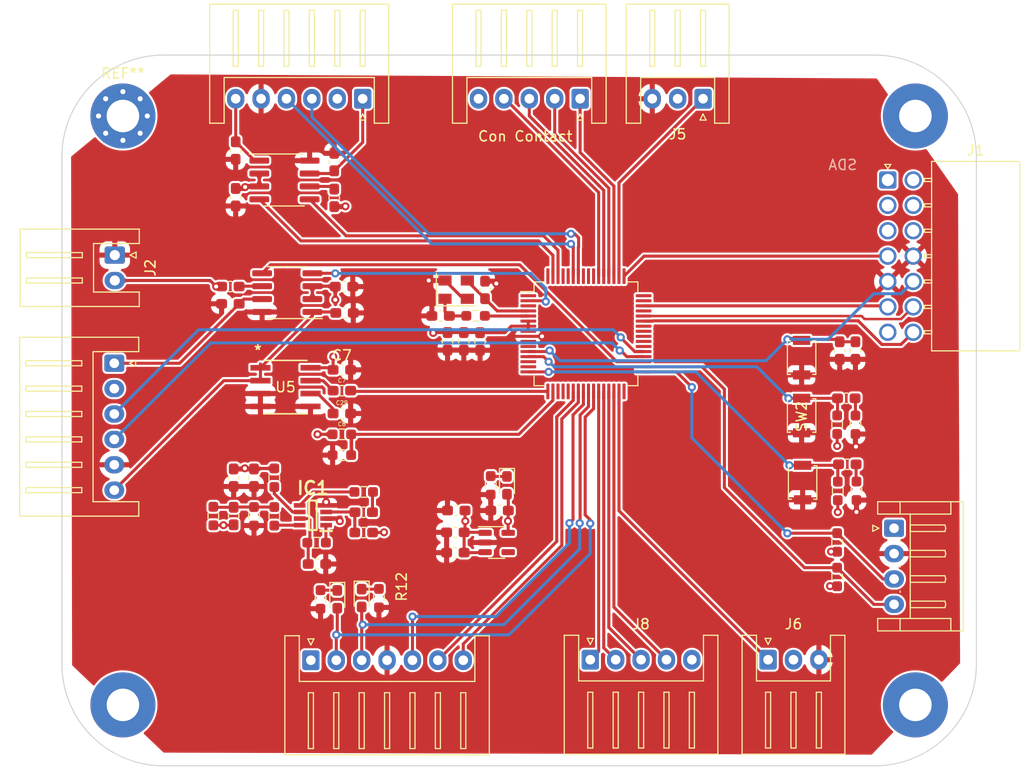
<source format=kicad_pcb>
(kicad_pcb (version 20221018) (generator pcbnew)
  (layers (0 "F.Cu" signal) (1 "In1.Cu" power) (2 "In2.Cu" signal) (31 "B.Cu" signal) (34 "B.Paste" user) (35 "F.Paste" user) (36 "B.SilkS" user "B.Silkscreen") (37 "F.SilkS" user "F.Silkscreen") (38 "B.Mask" user) (39 "F.Mask" user) (44 "Edge.Cuts" user))
  (net 0 "")
  (net 1 "GND")
  (net 2 "/STM32/Quartz 1")
  (net 3 "Net-(C2-Pad2)")
  (net 4 "NRST")
  (net 5 "+3.3V")
  (net 6 "Demarrage")
  (net 7 "Net-(C10-Pad2)")
  (net 8 "7.2V")
  (net 9 "Net-(C14-Pad1)")
  (net 10 "+5V")
  (net 11 "U1OUT1")
  (net 12 "U1OUT2")
  (net 13 "U2OUT2")
  (net 14 "User")
  (net 15 "Net-(C26-Pad2)")
  (net 16 "Rx UART LID")
  (net 17 "Tx UART LID")
  (net 18 "SCL ACC")
  (net 19 "SDA ACC")
  (net 20 "SWDIO")
  (net 21 "SWCLK")
  (net 22 "UART2_RX")
  (net 23 "UART2_TX")
  (net 26 "DEV_EN")
  (net 27 "OUT_IR1")
  (net 28 "OUT_IR2")
  (net 29 "OUT_Contact4")
  (net 30 "OUT_Contact3")
  (net 31 "OUT_Contact2")
  (net 32 "OUT_Contact1")
  (net 33 "OUT_Contact8")
  (net 34 "OUT_Contact7")
  (net 35 "OUT_Contact6")
  (net 36 "OUT_Contact5")
  (net 37 "ENCODER1")
  (net 38 "ENCODER2")
  (net 39 "ENCODER3")
  (net 40 "ENCODER4")
  (net 41 "ADC1")
  (net 42 "ADC2")
  (net 43 "PWM4")
  (net 45 "PWM1")
  (net 46 "PWM2")
  (net 55 "PWM3")
  (net 71 "Lidar_M_SCTR")
  (net 72 "Lidar_Mot_EN")
  (net 73 "/STM32/Quartz 2")
  (net 75 "Net-(IC1-VCC)")
  (net 76 "Net-(IC1-SW)")
  (net 77 "Net-(C17-Pad1)")
  (net 79 "Net-(D1-K)")
  (net 80 "Net-(D2-K)")
  (net 81 "Net-(D3-K)")
  (net 82 "Net-(IC1-PG)")
  (net 83 "Net-(IC1-BST)")
  (net 84 "Net-(IC1-EN{slash}SYNC)")
  (net 85 "Net-(IC1-FB)")
  (net 88 "/Moteur/Vref Driver 1")
  (net 89 "/Moteur/Vref Driver 2")
  (net 90 "GND Driver")
  (net 91 "Net-(U5-FILTER)")
  (net 92 "Net-(U5-VIOUT)")
  (footprint "Resistor_SMD:R_0603_1608Metric_Pad0.98x0.95mm_HandSolder" (layer "F.Cu") (at 110.9 115.425 90)
    (fp_text reference "R8" hide)
    (fp_text value "16k" hide)
  )
  (footprint "Resistor_SMD:R_0603_1608Metric_Pad0.98x0.95mm_HandSolder" (layer "F.Cu") (at 166.3 118 -90)
    (fp_text reference "R13" hide)
    (fp_text value "1000" hide)
  )
  (footprint "Capacitor_SMD:C_0603_1608Metric_Pad1.08x0.95mm_HandSolder" (layer "F.Cu") (at 127.9525 98.1925 90)
    (fp_text reference "C6" hide)
    (fp_text value "4,7 µF" hide)
  )
  (footprint "Resistor_SMD:R_0603_1608Metric_Pad0.98x0.95mm_HandSolder" (layer "F.Cu") (at 166.3 121.4 -90)
    (fp_text reference "R14" hide)
    (fp_text value "1000" hide)
  )
  (footprint "Capacitor_SMD:C_0603_1608Metric_Pad1.08x0.95mm_HandSolder" (layer "F.Cu") (at 133.07 114.855 180)
    (fp_text reference "C19" hide)
    (fp_text value "1uF/10V" hide)
  )
  (footprint "Capacitor_SMD:C_0603_1608Metric_Pad1.08x0.95mm_HandSolder" (layer "F.Cu") (at 116.8 80.5375 90)
    (fp_text reference "C22" hide)
    (fp_text value "1µf" hide)
  )
  (footprint "Package_TO_SOT_SMD:SOT-23-5" (layer "F.Cu") (at 132.7825 118.005)
    (fp_text reference "U2" hide)
    (fp_text value "MIC5317-3.3xM5" hide)
  )
  (footprint "Resistor_SMD:R_0603_1608Metric_Pad0.98x0.95mm_HandSolder" (layer "F.Cu") (at 108.9 115.425 -90)
    (fp_text reference "R9" hide)
    (fp_text value "7.68k" hide)
  )
  (footprint "Capacitor_SMD:C_0603_1608Metric_Pad1.08x0.95mm_HandSolder" (layer "F.Cu") (at 117.55 105.3)
    (fp_text reference "C8" hide)
    (fp_text value "1n" hide)
  )
  (footprint "Connector_JST:JST_XH_S2B-XH-A_1x02_P2.50mm_Horizontal" (layer "F.Cu") (at 95.2 89.7 -90)
    (fp_text reference "J2")
    (fp_text value "Conn_01x02")
  )
  (footprint "Capacitor_SMD:C_0603_1608Metric_Pad1.08x0.95mm_HandSolder" (layer "F.Cu") (at 167.3 110.3)
    (fp_text reference "C10" hide)
    (fp_text value "100nF" hide)
  )
  (footprint "Connector_JST:JST_EH_S4B-EH_1x04_P2.50mm_Horizontal" (layer "F.Cu") (at 171.9 116.6 -90)
    (fp_text reference "J4" hide)
    (fp_text value "Conn_01x04")
  )
  (footprint "Connector_Molex:Molex_Nano-Fit_105314-xx14_2x07_P2.50mm_Horizontal" (layer "F.Cu") (at 171.285 82.3)
    (fp_text reference "J1")
    (fp_text value "Conn_02x07_Odd_Even" hide)
  )
  (footprint "Button_Switch_SMD:SW_SPST_B3U-1000P" (layer "F.Cu") (at 162.8 99.8 -90)
    (fp_text reference "SW3" hide)
    (fp_text value "SW_Omron_B3FS" hide)
  )
  (footprint "Capacitor_SMD:C_0603_1608Metric_Pad1.08x0.95mm_HandSolder" (layer "F.Cu") (at 116.8 84.0625 90)
    (fp_text reference "C27" hide)
    (fp_text value "100n" hide)
  )
  (footprint "Capacitor_SMD:C_0603_1608Metric_Pad1.08x0.95mm_HandSolder" (layer "F.Cu") (at 117.7625 92.8 180)
    (fp_text reference "C23" hide)
    (fp_text value "1µf" hide)
  )
  (footprint "Capacitor_SMD:C_0603_1608Metric_Pad1.08x0.95mm_HandSolder" (layer "F.Cu") (at 108.9 111.625 -90)
    (fp_text reference "C11" hide)
    (fp_text value "22uF" hide)
  )
  (footprint "Capacitor_SMD:C_0603_1608Metric_Pad1.08x0.95mm_HandSolder" (layer "F.Cu") (at 106.575 94.495 180)
    (fp_text reference "C25" hide)
    (fp_text value "1µf" hide)
  )
  (footprint "Resistor_SMD:R_0603_1608Metric_Pad0.98x0.95mm_HandSolder" (layer "F.Cu") (at 104.9 115.4 -90)
    (fp_text reference "R10" hide)
    (fp_text value "40.2k" hide)
  )
  (footprint "LED_SMD:LED_0603_1608Metric_Pad1.05x0.95mm_HandSolder" (layer "F.Cu") (at 119.5 123.475 -90)
    (fp_text reference "D2" hide)
    (fp_text value "LED_Small" hide)
  )
  (footprint "Resistor_SMD:R_0603_1608Metric_Pad0.98x0.95mm_HandSolder" (layer "F.Cu") (at 119.7 113.025 180)
    (fp_text reference "R7" hide)
    (fp_text value "20" hide)
  )
  (footprint "Resistor_SMD:R_0603_1608Metric_Pad0.98x0.95mm_HandSolder" (layer "F.Cu") (at 166.3625 112.925 90)
    (fp_text reference "R4" hide)
    (fp_text value "4.7K" hide)
  )
  (footprint "Resistor_SMD:R_0603_1608Metric_Pad0.98x0.95mm_HandSolder" (layer "F.Cu") (at 121.2 123.4875 -90)
    (fp_text reference "R11" hide)
    (fp_text value "1000" hide)
  )
  (footprint "Connector_JST:JST_XH_S7B-XH-A_1x07_P2.50mm_Horizontal" (layer "F.Cu") (at 114.5 129.6)
    (fp_text reference "J12" hide)
    (fp_text value "Conn_01x07")
  )
  (footprint "Capacitor_SMD:C_0603_1608Metric_Pad1.08x0.95mm_HandSolder" (layer "F.Cu") (at 129.5525 98.1925 90)
    (fp_text reference "C5" hide)
    (fp_text value "100 nF" hide)
  )
  (footprint "Resistor_SMD:R_0603_1608Metric_Pad0.98x0.95mm_HandSolder" (layer "F.Cu") (at 130.71 95.68 180)
    (fp_text reference "R1" hide)
    (fp_text value "10R" hide)
  )
  (footprint "" (layer "F.Cu") (at 174 134)
    (fp_text reference "")
    (fp_text value "")
  )
  (footprint "Connector_JST:JST_XH_S5B-XH-A_1x05_P2.50mm_Horizontal" (layer "F.Cu") (at 141 74.3 180)
    (fp_text reference "J9" hide)
    (fp_text value "CONTACT 2" hide)
  )
  (footprint "Capacitor_SMD:C_0603_1608Metric_Pad1.08x0.95mm_HandSolder" (layer "F.Cu") (at 131.64 93.13 -90)
    (fp_text reference "C1" hide)
    (fp_text value "10pF" hide)
  )
  (footprint "Resistor_SMD:R_0603_1608Metric_Pad0.98x0.95mm_HandSolder" (layer "F.Cu") (at 132.2 112.375 -90)
    (fp_text reference "R2" hide)
    (fp_text value "1k" hide)
  )
  (footprint "Resistor_SMD:R_0603_1608Metric_Pad0.98x0.95mm_HandSolder" (layer "F.Cu") (at 115.0625 118.025)
    (fp_text reference "R6" hide)
    (fp_text value "100k" hide)
  )
  (footprint "Capacitor_SMD:C_0603_1608Metric_Pad1.08x0.95mm_HandSolder" (layer "F.Cu") (at 106.9 115.4 -90)
    (fp_text reference "C17" hide)
    (fp_text value "15pF" hide)
  )
  (footprint "Button_Switch_SMD:SW_SPST_B3U-1000P" (layer "F.Cu") (at 162.8 105.5 90)
    (fp_text reference "SW2")
    (fp_text value "SW_Omron_B3FS" hide)
  )
  (footprint "Connector_JST:JST_XH_S6B-XH-A_1x06_P2.50mm_Horizontal" (layer "F.Cu") (at 95.15 100.35 -90)
    (fp_text reference "J11" hide)
    (fp_text value "Conn_01x06")
  )
  (footprint "Resistor_SMD:R_0603_1608Metric_Pad0.98x0.95mm_HandSolder" (layer "F.Cu") (at 117.55 109.4 180)
    (fp_text reference "R20" hide)
    (fp_text value "0.5" hide)
  )
  (footprint "Capacitor_SMD:C_0603_1608Metric_Pad1.08x0.95mm_HandSolder" (layer "F.Cu") (at 119.7 115.025 180)
    (fp_text reference "C14" hide)
    (fp_text value "0.1uF" hide)
  )
  (footprint "LED_SMD:LED_0603_1608Metric_Pad1.05x0.95mm_HandSolder" (layer "F.Cu") (at 117.1 123.6 -90)
    (fp_text reference "D3" hide)
    (fp_text value "LED_Small" hide)
  )
  (footprint "Resistor_SMD:R_0603_1608Metric_Pad0.98x0.95mm_HandSolder" (layer "F.Cu") (at 166.3 106.4 90)
    (fp_text reference "R19" hide)
    (fp_text value "4.7K" hide)
  )
  (footprint "Capacitor_SMD:C_0603_1608Metric_Pad1.08x0.95mm_HandSolder" (layer "F.Cu") (at 166.55 99.1 90)
    (fp_text reference "C3" hide)
    (fp_text value "1 µF" hide)
  )
  (footprint "Capacitor_SMD:C_0603_1608Metric_Pad1.08x0.95mm_HandSolder" (layer "F.Cu") (at 131.1525 98.205 90)
    (fp_text reference "C4" hide)
    (fp_text value "100 nF" hide)
  )
  (footprint "footprints:8P-SOIC_ALM" (layer "F.Cu") (at 112 102.7)
    (fp_text reference "U5")
    (fp_text value "ACS724LLCTR-05AU-T" hide)
  )
  (footprint "Connector_JST:JST_XH_S5B-XH-A_1x05_P2.50mm_Horizontal" (layer "F.Cu") (at 142 129.55)
    (fp_text reference "J8")
    (fp_text value "Conn_01x05")
  )
  (footprint "Resistor_SMD:R_0603_1608Metric_Pad0.98x0.95mm_HandSolder" (layer "F.Cu") (at 115.45 123.6125 -90)
    (fp_text reference "R12")
    (fp_text value "1000" hide)
  )
  (footprint "Capacitor_SMD:C_0603_1608Metric_Pad1.08x0.95mm_HandSolder" (layer "F.Cu") (at 128.72 117.005 180)
    (fp_text reference "C18" hide)
    (fp_text value "1uF/10V" hide)
  )
  (footprint "Capacitor_SMD:C_0603_1608Metric_Pad1.08x0.95mm_HandSolder" (layer "F.Cu") (at 117.8125 95.395 180)
    (fp_text reference "C24" hide)
    (fp_text value "1µf" hide)
  )
  (footprint "Capacitor_SMD:C_0603_1608Metric_Pad1.08x0.95mm_HandSolder" (layer "F.Cu") (at 107.1 84 90)
    (fp_text reference "C20" hide)
    (fp_text value "1µf" hide)
  )
  (footprint "Package_SO:SOIC-8_3.9x4.9mm_P1.27mm" (layer "F.Cu") (at 112.175 93.395 180)
    (fp_text reference "U4" hide)
    (fp_text value "ZXBM5210-S" hide)
  )
  (footprint "Capacitor_SMD:C_0603_1608Metric_Pad1.08x0.95mm_HandSolder" (layer "F.Cu") (at 117.55 103.05)
    (fp_text reference "C29" hide)
    (fp_text value "10 n" hide)
  )
  (footprint "Crystal:Crystal_SMD_EuroQuartz_MT-4Pin_3.2x2.5mm" (layer "F.Cu") (at 128.8 93.1)
    (fp_text reference "Y1" hide)
    (fp_text value "16MHz" hide)
  )
  (footprint "Capacitor_SMD:C_0603_1608Metric_Pad1.08x0.95mm_HandSolder" (layer "F.Cu") (at 128.8075 114.855 180)
    (fp_text reference "C16" hide)
    (fp_text value "22uF" hide)
  )
  (footprint "Connector_JST:JST_XH_S3B-XH-A_1x03_P2.50mm_Horizontal" (layer "F.Cu") (at 159.5 129.55)
    (fp_text reference "J6")
    (fp_text value "Conn_01x03")
  )
  (footprint "Capacitor_SMD:C_0603_1608Metric_Pad1.08x0.95mm_HandSolder" (layer "F.Cu") (at 107.1 79.4 90)
    (fp_text reference "C21" hide)
    (fp_text value "1µf" hide)
  )
  (footprint "Resistor_SMD:R_0603_1608Metric_Pad0.98x0.95mm_HandSolder" (layer "F.Cu") (at 168.2 112.9125 -90)
    (fp_text reference "R3" hide)
    (fp_text value "100" hide)
  )
  (footprint "Capacitor_SMD:C_0603_1608Metric_Pad1.08x0.95mm_HandSolder" (layer "F.Cu") (at 168.1 99.1 90)
    (fp_text reference "C9" hide)
    (fp_text value "100nF" hide)
  )
  (footprint "Capacitor_SMD:C_0603_1608Metric_Pad1.08x0.95mm_HandSolder" (layer "F.Cu") (at 167.2 103.8)
    (fp_text reference "C26" hide)
    (fp_text value "100nF" hide)
  )
  (footprint "LED_SMD:LED_0603_1608Metric_Pad1.05x0.95mm_HandSolder" (layer "F.Cu") (at 133.8 112.375 -90)
    (fp_text reference "D1" hide)
    (fp_text value "GREEN" hide)
  )
  (footprint "Capacitor_SMD:C_0603_1608Metric_Pad1.08x0.95mm_HandSolder" (layer "F.Cu") (at 117.55 101)
    (fp_text reference "C7")
    (fp_text value "100n" hide)
  )
  (footprint "Capacitor_SMD:C_0603_1608Metric_Pad1.08x0.95mm_HandSolder" (layer "F.Cu") (at 115.1 120.125)
    (fp_text reference "C13" hide)
    (fp_text value "0.1uF" hide)
  )
  (footprint "Capacitor_SMD:C_0603_1608Metric_Pad1.08x0.95mm_HandSolder" (layer "F.Cu") (at 128.72 119.005 180)
    (fp_text reference "C15" hide)
    (fp_text value "22uF" hide)
  )
  (footprint "Capacitor_SMD:C_0603_1608Metric_Pad1.08x0.95mm_HandSolder" (layer "F.Cu") (at 106.575 92.795)
    (fp_text reference "C28" hide)
    (fp_text value "100n" hide)
  )
  (footprint "Resistor_SMD:R_0603_1608Metric_Pad0.98x0.95mm_HandSolder" (layer "F.Cu") (at 168.1 106.4125 -90)
    (fp_text reference "R18" hide)
    (fp_text value "100" hide)
  )
  (footprint "Resistor_SMD:R_0603_1608Metric_Pad0.98x0.95mm_HandSolder" (layer "F.Cu") (at 117.55 107.35)
    (fp_text reference "R16" hide)
    (fp_text value "0.5" hide)
  )
  (footprint "" (layer "F.Cu") (at 96 134)
    (fp_text reference "")
    (fp_text value "")
  )
  (footprint "Connector_JST:JST_XH_S3B-XH-A_1x03_P2.50mm_Horizontal" (layer "F.Cu") (at 153.1 74.3 180)
    (fp_text reference "J5")
    (fp_text value "IR1")
  )
  (footprint "Inductor_SMD:L_0603_1608Metric_Pad1.05x0.95mm_HandSolder" (layer "F.Cu") (at 119.7 117.025)
    (fp_text reference "L2" hide)
    (fp_text value "4.7uH" hide)
  )
  (footprint "Package_SO:SOIC-8_3.9x4.9mm_P1.27mm" (layer "F.Cu") (at 111.9 82.3)
    (fp_text reference "U3" hide)
    (fp_text value "ZXBM5210-S" hide)
  )
  (footprint "Capacitor_SMD:C_0603_1608Metric_Pad1.08x0.95mm_HandSolder" (layer "F.Cu") (at 127.27 95.69)
    (fp_text reference "C2" hide)
    (fp_text value "10pF" hide)
  )
  (footprint "KiCad:SOT65P280X100-8N" (layer "F.Cu") (at 114.7 115.325 180)
    (fp_text reference "IC1")
    (fp_text value "MP1475" hide)
  )
  (footprint "Connector_JST:JST_XH_S6B-XH-A_1x06_P2.50mm_Horizontal" (layer "F.Cu") (at 119.6 74.3 180)
    (fp_text reference "J10" hide)
    (fp_text value "DRIVER 1")
  )
  (footprint "Capacitor_SMD:C_0603_1608Metric_Pad1.08x0.95mm_HandSolder" (layer "F.Cu") (at 106.9 111.625 -90)
    (fp_text reference "C12" hide)
    (fp_text value "22uF" hide)
  )
  (footprint "MountingHole:MountingHole_3.2mm_M3_Pad_Via" (layer "F.Cu") (at 96 76)
    (fp_text reference "REF**")
    (fp_text value "MountingHole_3.2mm_M3_Pad_Via" hide)
  )
  (footprint "" (layer "F.Cu") (at 95 76)
    (fp_text reference "")
    (fp_text value "")
  )
  (footprint "Package_QFP:LQFP-64_10x10mm_P0.5mm" (layer "F.Cu") (at 141.575 97.45)
    (fp_text reference "U1" hide)
    (fp_text value "STM32G070RBTx" hide)
  )
  (footprint "Resistor_SMD:R_0603_1608Metric_Pad0.98x0.95mm_HandSolder" (layer "F.Cu") (at 110.9 111.625 -90)
    (fp_text reference "R5" hide)
    (fp_text value "1OOk" hide)
  )
  (footprint "Button_Switch_SMD:SW_SPST_B3U-1000P" (layer "F.Cu") (at 162.9 112.1 90)
    (fp_text reference "SW1" hide)
    (fp_text value "SW_DIP_x01" hide)
  )
  (gr_arc (start 90 80) (mid 92.928932 72.928932) (end 100 70) (stroke (width 0.1)) (layer "Edge.Cuts"))
  (gr_line (start 100 140) (end 170 140) (stroke (width 0.1)) (layer "Edge.Cuts"))
  (gr_arc (start 180 130) (mid 177.071068 137.071068) (end 170 140) (stroke (width 0.1)) (layer "Edge.Cuts"))
  (gr_line (start 180 130) (end 180 80) (stroke (width 0.1)) (layer "Edge.Cuts"))
  (gr_line (start 170 70) (end 100 70) (stroke (width 0.1)) (layer "Edge.Cuts"))
  (gr_arc (start 170 70) (mid 177.071068 72.928932) (end 180 80) (stroke (width 0.1)) (layer "Edge.Cuts"))
  (gr_line (start 90 80) (end 90 130) (stroke (width 0.1)) (layer "Edge.Cuts"))
  (gr_arc (start 100 140) (mid 92.928932 137.071068) (end 90 130) (stroke (width 0.1)) (layer "Edge.Cuts"))
  (gr_text "SDA" (at 168.35 81.4) (layer "B.SilkS") (effects (font (size 1 1)) (justify left bottom mirror)))
  (segment (start 129.9 94) (end 129.5 94) (width 0.3) (layer "F.Cu") (net 1))
  (segment (start 132.5175 92.2675) (end 132.75 92.5) (width 0.3) (layer "F.Cu") (net 1))
  (segment (start 168.15 107.375) (end 168.1 107.325) (width 0.3) (layer "F.Cu") (net 1))
  (segment (start 168.2 115) (end 168.2 113.825) (width 0.3) (layer "F.Cu") (net 1))
  (segment (start 129.5 94) (end 127.7 92.2) (width 0.3) (layer "F.Cu") (net 1))
  (segment (start 168.15 108.5625) (end 168.15 107.375) (width 0.3) (layer "F.Cu") (net 1))
  (segment (start 135.9 97.7) (end 137.25 97.7) (width 0.3) (layer "F.Cu") (net 1))
  (segment (start 131.64 92.2675) (end 132.5175 92.2675) (width 0.3) (layer "F.Cu") (net 1))
  (segment (start 126.1 92.2) (end 127.7 92.2) (width 0.3) (layer "F.Cu") (net 1))
  (via micro (at 137.25 97.7) (size 0.8) (drill 0.4) (layers "F.Cu" "In1.Cu") (net 1))
  (via micro (at 116 114.025) (size 0.8) (drill 0.4) (layers "F.Cu" "In1.Cu") (net 1))
  (via micro (at 132.75 92.5) (size 0.8) (drill 0.4) (layers "F.Cu" "In1.Cu") (net 1))
  (via micro (at 168.2 115) (size 0.8) (drill 0.4) (layers "F.Cu" "In1.Cu") (net 1))
  (via micro (at 126.1 92.2) (size 0.8) (drill 0.4) (layers "F.Cu" "In1.Cu") (net 1))
  (via micro (at 168.15 108.5625) (size 0.8) (drill 0.4) (layers "F.Cu" "In1.Cu") (net 1))
  (segment (start 131.64 94.268541) (end 131.64 93.9925) (width 0.3) (layer "F.Cu") (net 2))
  (segment (start 135.9 95.2) (end 132.8475 95.2) (width 0.3) (layer "F.Cu") (net 2))
  (segment (start 132.8475 95.2) (end 131.64 93.9925) (width 0.3) (layer "F.Cu") (net 2))
  (segment (start 129.9 92.2525) (end 131.64 93.9925) (width 0.3) (layer "F.Cu") (net 2))
  (segment (start 129.9 92.2) (end 129.9 92.2525) (width 0.3) (layer "F.Cu") (net 2))
  (segment (start 127.7 95.2575) (end 128.1325 95.69) (width 0.3) (layer "F.Cu") (net 3))
  (segment (start 127.7 94) (end 127.7 95.2575) (width 0.3) (layer "F.Cu") (net 3))
  (segment (start 129.7875 95.69) (end 129.7975 95.68) (width 0.3) (layer "F.Cu") (net 3))
  (segment (start 128.1325 95.69) (end 129.7875 95.69) (width 0.3) (layer "F.Cu") (net 3))
  (segment (start 166.55 98.2375) (end 168.1 98.2375) (width 0.3) (layer "F.Cu") (net 4))
  (segment (start 166.3125 98) (end 166.55 98.2375) (width 0.3) (layer "F.Cu") (net 4))
  (segment (start 162.7 98) (end 162.8 98.1) (width 0.5) (layer "F.Cu") (net 4))
  (segment (start 161.4 98) (end 166.3125 98) (width 0.3) (layer "F.Cu") (net 4))
  (segment (start 135.9 99.2) (end 137.9 99.2) (width 0.3) (layer "F.Cu") (net 4))
  (segment (start 137.9 99.2) (end 138 99.1) (width 0.3) (layer "F.Cu") (net 4))
  (segment (start 161.4 98) (end 162.7 98) (width 0.5) (layer "F.Cu") (net 4))
  (via (at 138 99.1) (size 0.8) (drill 0.4) (layers "F.Cu" "B.Cu") (net 4))
  (via (at 161.4 98) (size 0.8) (drill 0.4) (layers "F.Cu" "B.Cu") (net 4))
  (segment (start 139 100.1) (end 138 99.1) (width 0.3) (layer "B.Cu") (net 4))
  (segment (start 161.4 98) (end 165.4 98) (width 0.3) (layer "B.Cu") (net 4))
  (segment (start 161.4 98) (end 159.3 100.1) (width 0.3) (layer "B.Cu") (net 4))
  (segment (start 159.3 100.1) (end 139 100.1) (width 0.3) (layer "B.Cu") (net 4))
  (segment (start 165.4 98) (end 169.9 93.5) (width 0.3) (layer "B.Cu") (net 4))
  (segment (start 169.9 93.5) (end 172.585 93.5) (width 0.3) (layer "B.Cu") (net 4))
  (segment (start 172.585 93.5) (end 173.785 92.3) (width 0.3) (layer "B.Cu") (net 4))
  (segment (start 133.92 117.055) (end 133.92 115.92) (width 0.3) (layer "F.Cu") (net 5))
  (segment (start 135.9 96.2) (end 135.9 96.7) (width 0.3) (layer "F.Cu") (net 5))
  (segment (start 127.9525 97.33) (end 126.5775 97.33) (width 0.3) (layer "F.Cu") (net 5))
  (segment (start 114.4638 100.795) (end 116.4825 100.795) (width 0.3) (layer "F.Cu") (net 5))
  (segment (start 133.9325 113.3825) (end 133.8 113.25) (width 0.3) (layer "F.Cu") (net 5))
  (segment (start 126.5775 97.33) (end 126.54 97.3675) (width 0.3) (layer "F.Cu") (net 5))
  (segment (start 133.9 115.9) (end 133.92 115.88) (width 0.3) (layer "F.Cu") (net 5))
  (segment (start 116.4825 100.795) (end 116.6875 101) (width 0.3) (layer "F.Cu") (net 5))
  (segment (start 116.6875 101) (end 116.6875 99.7125) (width 0.3) (layer "F.Cu") (net 5))
  (segment (start 133.92 115.88) (end 133.92 114.8675) (width 0.3) (layer "F.Cu") (net 5))
  (segment (start 131.14 97.33) (end 131.1525 97.3425) (width 0.3) (layer "F.Cu") (net 5))
  (segment (start 133.92 115.92) (end 133.9 115.9) (width 0.3) (layer "F.Cu") (net 5))
  (segment (start 127.9525 97.33) (end 129.5525 97.33) (width 0.3) (layer "F.Cu") (net 5))
  (segment (start 134.2325 96.7) (end 133.59 97.3425) (width 0.3) (layer "F.Cu") (net 5))
  (segment (start 166.3 107.3125) (end 166.3 108.5) (width 0.3) (layer "F.Cu") (net 5))
  (segment (start 133.92 114.8675) (end 133.9325 114.855) (width 0.3) (layer "F.Cu") (net 5))
  (segment (start 166.3625 113.8375) (end 166.3625 115.0125) (width 0.3) (layer "F.Cu") (net 5))
  (segment (start 129.5525 97.33) (end 131.14 97.33) (width 0.3) (layer "F.Cu") (net 5))
  (segment (start 135.9 96.7) (end 135.9 97.2) (width 0.3) (layer "F.Cu") (net 5))
  (segment (start 131.1525 97.3425) (end 133.59 97.3425) (width 0.3) (layer "F.Cu") (net 5))
  (segment (start 135.9 96.7) (end 134.2325 96.7) (width 0.3) (layer "F.Cu") (net 5))
  (segment (start 133.9325 114.855) (end 133.9325 113.3825) (width 0.3) (layer "F.Cu") (net 5))
  (segment (start 116.6875 99.7125) (end 116.7 99.7) (width 0.3) (layer "F.Cu") (net 5))
  (via micro (at 133.9 115.9) (size 0.8) (drill 0.4) (layers "F.Cu" "In2.Cu") (net 5))
  (via micro (at 126.54 97.3675) (size 0.8) (drill 0.4) (layers "F.Cu" "In2.Cu") (net 5))
  (via micro (at 166.3 108.5) (size 0.8) (drill 0.4) (layers "F.Cu" "In2.Cu") (net 5))
  (via micro (at 116.7 99.7) (size 0.8) (drill 0.4) (layers "F.Cu" "In2.Cu") (net 5))
  (via micro (at 165.7 118.9) (size 0.8) (drill 0.4) (layers "F.Cu" "In2.Cu") (net 5))
  (via micro (at 165.6 122.3) (size 0.8) (drill 0.4) (layers "F.Cu" "In2.Cu") (net 5))
  (via micro (at 166.3625 115.0125) (size 0.8) (drill 0.4) (layers "F.Cu" "In2.Cu") (net 5))
  (segment (start 162.9 110.4) (end 161.6 110.4) (width 0.3) (layer "F.Cu") (net 6))
  (segment (start 166.3625 110.375) (end 166.4375 110.3) (width 0.3) (layer "F.Cu") (net 6))
  (segment (start 162.9 110.4) (end 166.3375 110.4) (width 0.3) (layer "F.Cu") (net 6))
  (segment (start 161.6 110.4) (end 161.7 110.4) (width 0.3) (layer "F.Cu") (net 6))
  (segment (start 166.3625 112.0125) (end 166.3625 110.375) (width 0.3) (layer "F.Cu") (net 6))
  (segment (start 166.3375 110.4) (end 166.4375 110.3) (width 0.3) (layer "F.Cu") (net 6))
  (segment (start 135.9 101.2) (end 137.9 101.2) (width 0.3) (layer "F.Cu") (net 6))
  (via (at 161.6 110.4) (size 0.8) (drill 0.4) (layers "F.Cu" "B.Cu") (net 6))
  (via (at 137.9 101.2) (size 0.8) (drill 0.4) (layers "F.Cu" "B.Cu") (net 6))
  (segment (start 137.9 101.2) (end 152.4 101.2) (width 0.3) (layer "B.Cu") (net 6))
  (segment (start 152.4 101.2) (end 161.6 110.4) (width 0.3) (layer "B.Cu") (net 6))
  (segment (start 168.1625 111.9625) (end 168.2 112) (width 0.3) (layer "F.Cu") (net 7))
  (segment (start 168.1625 110.3) (end 168.1625 111.9625) (width 0.3) (layer "F.Cu") (net 7))
  (segment (start 117.35 115.9) (end 117.1 115.65) (width 0.3) (layer "F.Cu") (net 8))
  (segment (start 108 110.7) (end 108.8375 110.7) (width 0.3) (layer "F.Cu") (net 8))
  (segment (start 115.15 107.35) (end 116.6375 107.35) (width 0.3) (layer "F.Cu") (net 8))
  (segment (start 108.8375 110.7) (end 108.9 110.7625) (width 0.3) (layer "F.Cu") (net 8))
  (segment (start 108.025 83) (end 109.36 83) (width 0.3) (layer "F.Cu") (net 8))
  (segment (start 116.86 92.76) (end 116.9 92.8) (width 0.3) (layer "F.Cu") (net 8))
  (segment (start 104.58 92.2) (end 105.175 92.795) (width 0.3) (layer "F.Cu") (net 8))
  (segment (start 117.875 84.925) (end 117.9 84.9) (width 0.3) (layer "F.Cu") (net 8))
  (segment (start 107.1 83.1375) (end 107.8875 83.1375) (width 0.3) (layer "F.Cu") (net 8))
  (segment (start 117.1 115.65) (end 116 115.65) (width 0.3) (layer "F.Cu") (net 8))
  (segment (start 110.9 110.7125) (end 108.95 110.7125) (width 0.3) (layer "F.Cu") (net 8))
  (segment (start 107.9375 110.7625) (end 108 110.7) (width 0.3) (layer "F.Cu") (net 8))
  (segment (start 114.65 92.76) (end 114.65 94.03) (width 0.3) (layer "F.Cu") (net 8))
  (segment (start 107.8875 83.1375) (end 108.025 83) (width 0.3) (layer "F.Cu") (net 8))
  (segment (start 109.36 83) (end 109.425 82.935) (width 0.3) (layer "F.Cu") (net 8))
  (segment (start 95.2 92.2) (end 104.58 92.2) (width 0.3) (layer "F.Cu") (net 8))
  (segment (start 116.9 94.1) (end 116.9 92.8) (width 0.3) (layer "F.Cu") (net 8))
  (segment (start 108.95 110.7125) (end 108.9 110.7625) (width 0.3) (layer "F.Cu") (net 8))
  (segment (start 106.9 110.7625) (end 107.9375 110.7625) (width 0.3) (layer "F.Cu") (net 8))
  (segment (start 114.65 92.76) (end 116.86 92.76) (width 0.3) (layer "F.Cu") (net 8))
  (segment (start 116.8 84.925) (end 117.875 84.925) (width 0.3) (layer "F.Cu") (net 8))
  (segment (start 109.425 81.665) (end 109.425 82.935) (width 0.3) (layer "F.Cu") (net 8))
  (via micro (at 116.9 94.1) (size 0.8) (drill 0.4) (layers "F.Cu" "In2.Cu") (net 8))
  (via micro (at 115.15 107.35) (size 0.8) (drill 0.4) (layers "F.Cu" "In2.Cu") (net 8))
  (via micro (at 117.9 84.9) (size 0.8) (drill 0.4) (layers "F.Cu" "In2.Cu") (net 8))
  (via micro (at 108 110.7) (size 0.8) (drill 0.4) (layers "F.Cu" "In2.Cu") (net 8))
  (via micro (at 105.175 92.795) (size 0.8) (drill 0.4) (layers "F.Cu" "In2.Cu") (net 8))
  (via micro (at 117.35 115.9) (size 0.8) (drill 0.4) (layers "F.Cu" "In2.Cu") (net 8))
  (via micro (at 108.025 83) (size 0.8) (drill 0.4) (layers "F.Cu" "In2.Cu") (net 8))
  (segment (start 120.5625 115.025) (end 120.5625 113.075) (width 0.3) (layer "F.Cu") (net 9))
  (segment (start 120.5625 113.075) (end 120.6125 113.025) (width 0.3) (layer "F.Cu") (net 9))
  (segment (start 129.5825 119.005) (end 131.595 119.005) (width 0.3) (layer "F.Cu") (net 10))
  (segment (start 129.67 116.9175) (end 129.5825 117.005) (width 0.3) (layer "F.Cu") (net 10))
  (segment (start 105.9 116.3) (end 106.8625 116.3) (width 0.3) (layer "F.Cu") (net 10))
  (segment (start 106.8625 116.3) (end 106.9 116.2625) (width 0.3) (layer "F.Cu") (net 10))
  (segment (start 129.67 114.855) (end 129.67 116.9175) (width 0.3) (layer "F.Cu") (net 10))
  (segment (start 120.575 117.025) (end 121.675 117.025) (width 0.3) (layer "F.Cu") (net 10))
  (segment (start 131.595 117.005) (end 131.645 117.055) (width 0.3) (layer "F.Cu") (net 10))
  (segment (start 129.5825 117.005) (end 131.595 117.005) (width 0.3) (layer "F.Cu") (net 10))
  (segment (start 129.5825 117.005) (end 129.5825 119.005) (width 0.3) (layer "F.Cu") (net 10))
  (segment (start 105.8875 116.3125) (end 105.9 116.3) (width 0.3) (layer "F.Cu") (net 10))
  (segment (start 131.595 119.005) (end 131.645 118.955) (width 0.3) (layer "F.Cu") (net 10))
  (segment (start 104.9 116.3125) (end 105.8875 116.3125) (width 0.3) (layer "F.Cu") (net 10))
  (segment (start 121.675 117.025) (end 121.7 117) (width 0.3) (layer "F.Cu") (net 10))
  (via micro (at 129.7 115.9) (size 0.8) (drill 0.4) (layers "F.Cu" "In2.Cu") (net 10))
  (via micro (at 105.9 116.3) (size 0.8) (drill 0.4) (layers "F.Cu" "In2.Cu") (net 10))
  (via micro (at 121.7 117) (size 0.8) (drill 0.4) (layers "F.Cu" "In2.Cu") (net 10))
  (segment (start 107.1 74.3) (end 107.1 78.5375) (width 0.3) (layer "F.Cu") (net 11))
  (segment (start 109.425 80.395) (end 108.9575 80.395) (width 0.3) (layer "F.Cu") (net 11))
  (segment (start 108.9575 80.395) (end 107.1 78.5375) (width 0.3) (layer "F.Cu") (net 11))
  (segment (start 119.6 74.3) (end 119.6 78.6) (width 0.3) (layer "F.Cu") (net 12))
  (segment (start 114.375 81.665) (end 116.535 81.665) (width 0.3) (layer "F.Cu") (net 12))
  (segment (start 119.6 78.6) (end 116.8 81.4) (width 0.3) (layer "F.Cu") (net 12))
  (segment (start 116.535 81.665) (end 116.8 81.4) (width 0.3) (layer "F.Cu") (net 12))
  (segment (start 107.9025 94.03) (end 107.4375 94.495) (width 0.3) (layer "F.Cu") (net 13))
  (segment (start 101.5825 100.35) (end 95.15 100.35) (width 0.3) (layer "F.Cu") (net 13))
  (segment (start 109.7 94.03) (end 107.9025 94.03) (width 0.3) (layer "F.Cu") (net 13))
  (segment (start 107.4375 94.495) (end 101.5825 100.35) (width 0.3) (layer "F.Cu") (net 13))
  (segment (start 166.3375 103.8) (end 166.3375 105.45) (width 0.3) (layer "F.Cu") (net 14))
  (segment (start 137.4 99.7) (end 137.9 100.2) (width 0.3) (layer "F.Cu") (net 14))
  (segment (start 161.5 103.8) (end 161.6 103.8) (width 0.3) (layer "F.Cu") (net 14))
  (segment (start 166.25 105.4375) (end 166.3 105.4875) (width 0.3) (layer "F.Cu") (net 14))
  (segment (start 162.8 103.8) (end 166.3375 103.8) (width 0.3) (layer "F.Cu") (net 14))
  (segment (start 166.3125 103.825) (end 166.3375 103.8) (width 0.3) (layer "F.Cu") (net 14))
  (segment (start 135.9 99.7) (end 137.4 99.7) (width 0.3) (layer "F.Cu") (net 14))
  (segment (start 162.8 103.8) (end 161.5 103.8) (width 0.3) (layer "F.Cu") (net 14))
  (segment (start 166.3375 105.45) (end 166.3 105.4875) (width 0.3) (layer "F.Cu") (net 14))
  (via (at 137.9 100.2) (size 0.8) (drill 0.4) (layers "F.Cu" "B.Cu") (net 14))
  (via (at 161.5 103.8) (size 0.8) (drill 0.4) (layers "F.Cu" "B.Cu") (net 14))
  (segment (start 137.9 100.2) (end 137.960661 100.2) (width 0.3) (layer "B.Cu") (net 14))
  (segment (start 158.4 100.7) (end 161.5 103.8) (width 0.3) (layer "B.Cu") (net 14))
  (segment (start 138.460661 100.7) (end 158.4 100.7) (width 0.3) (layer "B.Cu") (net 14))
  (segment (start 137.960661 100.2) (end 138.460661 100.7) (width 0.3) (layer "B.Cu") (net 14))
  (segment (start 168.1 105.5) (end 168.1 103.8375) (width 0.3) (layer "F.Cu") (net 15))
  (segment (start 168.1 103.8375) (end 168.0625 103.8) (width 0.3) (layer "F.Cu") (net 15))
  (segment (start 141 105.447359) (end 141.825 104.622359) (width 0.3) (layer "F.Cu") (net 16))
  (segment (start 140.959474 116.105655) (end 141 116.065129) (width 0.3) (layer "F.Cu") (net 16))
  (segment (start 119.5 124.35) (end 119.5 126) (width 0.3) (layer "F.Cu") (net 16))
  (segment (start 141 116.065129) (end 141 105.447359) (width 0.3) (layer "F.Cu") (net 16))
  (segment (start 119.5 126) (end 119.6 126.1) (width 0.3) (layer "F.Cu") (net 16))
  (segment (start 119.5 129.6) (end 119.5 126.2) (width 0.3) (layer "F.Cu") (net 16))
  (segment (start 141.825 104.622359) (end 141.825 103.125) (width 0.3) (layer "F.Cu") (net 16))
  (segment (start 119.5 126.2) (end 119.6 126.1) (width 0.3) (layer "F.Cu") (net 16))
  (via (at 140.959474 116.105655) (size 0.8) (drill 0.4) (layers "F.Cu" "B.Cu") (net 16))
  (via (at 119.6 126.1) (size 0.8) (drill 0.4) (layers "F.Cu" "B.Cu") (net 16))
  (segment (start 119.6 126.1) (end 119.7 126.1) (width 0.3) (layer "B.Cu") (net 16))
  (segment (start 140.959474 116.105655) (end 140.959474 118.640526) (width 0.3) (layer "B.Cu") (net 16))
  (segment (start 140.959474 118.640526) (end 133.5 126.1) (width 0.3) (layer "B.Cu") (net 16))
  (segment (start 133.5 126.1) (end 119.6 126.1) (width 0.3) (layer "B.Cu") (net 16))
  (segment (start 117.1 124.475) (end 117.1 127) (width 0.3) (layer "F.Cu") (net 17))
  (segment (start 141.5 105.654465) (end 142.325 104.829465) (width 0.3) (layer "F.Cu") (net 17))
  (segment (start 117.1 127) (end 117 127.1) (width 0.3) (layer "F.Cu") (net 17))
  (segment (start 142.325 104.829465) (end 142.325 103.125) (width 0.3) (layer "F.Cu") (net 17))
  (segment (start 141.5 115.286228) (end 141.5 105.654465) (width 0.3) (layer "F.Cu") (net 17))
  (segment (start 141.993004 115.779232) (end 141.5 115.286228) (width 0.3) (layer "F.Cu") (net 17))
  (segment (start 141.993004 116.132079) (end 141.993004 115.779232) (width 0.3) (layer "F.Cu") (net 17))
  (segment (start 117 129.6) (end 117 127.1) (width 0.3) (layer "F.Cu") (net 17))
  (via (at 141.993004 116.132079) (size 0.8) (drill 0.4) (layers "F.Cu" "B.Cu") (net 17))
  (via (at 117 127.1) (size 0.8) (drill 0.4) (layers "F.Cu" "B.Cu") (net 17))
  (segment (start 141.993004 119.106996) (end 134 127.1) (width 0.3) (layer "B.Cu") (net 17))
  (segment (start 134 127.1) (end 117 127.1) (width 0.3) (layer "B.Cu") (net 17))
  (segment (start 141.993004 116.132079) (end 141.993004 119.106996) (width 0.3) (layer "B.Cu") (net 17))
  (segment (start 161.4 117.1) (end 161.4 117) (width 0.3) (layer "F.Cu") (net 18))
  (segment (start 151.992894 102.7) (end 152 102.7) (width 0.3) (layer "F.Cu") (net 18))
  (segment (start 166.3 117.0875) (end 170.8125 121.6) (width 0.3) (layer "F.Cu") (net 18))
  (segment (start 166.3 117.0875) (end 161.5 117.0875) (width 0.3) (layer "F.Cu") (net 18))
  (segment (start 161.4 117) (end 161.3 117.1) (width 0.3) (layer "F.Cu") (net 18))
  (segment (start 170.8125 121.6) (end 171.9 121.6) (width 0.3) (layer "F.Cu") (net 18))
  (segment (start 161.3125 117.0875) (end 161.3 117.1) (width 0.3) (layer "F.Cu") (net 18))
  (segment (start 150.492894 101.2) (end 151.992894 102.7) (width 0.3) (layer "F.Cu") (net 18))
  (segment (start 152 102.7) (end 152 102.707106) (width 0.3) (layer "F.Cu") (net 18))
  (segment (start 152 102.707106) (end 151.946447 102.653553) (width 0.3) (layer "F.Cu") (net 18))
  (segment (start 161.3 117.1) (end 161.4 117.1) (width 0.3) (layer "F.Cu") (net 18))
  (segment (start 147.25 101.2) (end 150.492894 101.2) (width 0.3) (layer "F.Cu") (net 18))
  (via (at 161.4 117.1) (size 0.8) (drill 0.4) (layers "F.Cu" "B.Cu") (net 18))
  (via (at 152 102.7) (size 0.8) (drill 0.4) (layers "F.Cu" "B.Cu") (net 18))
  (segment (start 152 107.7) (end 152 102.7) (width 0.3) (layer "B.Cu") (net 18))
  (segment (start 161.4 117.1) (end 152 107.7) (width 0.3) (layer "B.Cu") (net 18))
  (segment (start 155.2 112.6) (end 155.2 102.9) (width 0.3) (layer "F.Cu") (net 19))
  (segment (start 166.3 120.4875) (end 163.0875 120.4875) (width 0.3) (layer "F.Cu") (net 19))
  (segment (start 166.3 120.4875) (end 169.9125 124.1) (width 0.3) (layer "F.Cu") (net 19))
  (segment (start 155.2 102.9) (end 153 100.7) (width 0.3) (layer "F.Cu") (net 19))
  (segment (start 169.9125 124.1) (end 171.9 124.1) (width 0.3) (layer "F.Cu") (net 19))
  (segment (start 163.0875 120.4875) (end 155.2 112.6) (width 0.3) (layer "F.Cu") (net 19))
  (segment (start 153 100.7) (end 147.25 100.7) (width 0.3) (layer "F.Cu") (net 19))
  (segment (start 147.3 89.8) (end 145.325 91.775) (width 0.3) (layer "F.Cu") (net 20))
  (segment (start 171.285 89.8) (end 147.3 89.8) (width 0.3) (layer "F.Cu") (net 20))
  (segment (start 171.285 94.8) (end 171.185 94.7) (width 0.3) (layer "F.Cu") (net 21))
  (segment (start 171.185 94.7) (end 147.25 94.7) (width 0.3) (layer "F.Cu") (net 21))
  (segment (start 172.585 96) (end 169 96) (width 0.25) (layer "F.Cu") (net 22))
  (segment (start 169 96) (end 168.7 95.7) (width 0.25) (layer "F.Cu") (net 22))
  (segment (start 172.585 96) (end 173.785 94.8) (width 0.25) (layer "F.Cu") (net 22))
  (segment (start 168.7 95.7) (end 147.25 95.7) (width 0.25) (layer "F.Cu") (net 22))
  (segment (start 172.585 98.5) (end 173.785 97.3) (width 0.3) (layer "F.Cu") (net 23))
  (segment (start 170.7 98.5) (end 172.585 98.5) (width 0.3) (layer "F.Cu") (net 23))
  (segment (start 148.126041 96.2) (end 148.151041 96.175) (width 0.3) (layer "F.Cu") (net 23))
  (segment (start 147.25 96.2) (end 148.126041 96.2) (width 0.3) (layer "F.Cu") (net 23))
  (segment (start 168.375 96.175) (end 170.7 98.5) (width 0.3) (layer "F.Cu") (net 23))
  (segment (start 148.151041 96.175) (end 168.375 96.175) (width 0.3) (layer "F.Cu") (net 23))
  (segment (start 138.7 105.626041) (end 140.325 104.001041) (width 0.3) (layer "F.Cu") (net 26))
  (segment (start 127 129.6) (end 138.7 117.9) (width 0.3) (layer "F.Cu") (net 26))
  (segment (start 138.7 117.9) (end 138.7 105.626041) (width 0.3) (layer "F.Cu") (net 26))
  (segment (start 140.325 104.001041) (end 140.325 103.125) (width 0.3) (layer "F.Cu") (net 26))
  (segment (start 153.1 74.3) (end 144.825 82.575) (width 0.3) (layer "F.Cu") (net 27))
  (segment (start 144.825 82.575) (end 144.825 91.775) (width 0.3) (layer "F.Cu") (net 27))
  (segment (start 159.5 129.55) (end 144.825 114.875) (width 0.3) (layer "F.Cu") (net 28))
  (segment (start 144.825 114.875) (end 144.825 103.125) (width 0.3) (layer "F.Cu") (net 28))
  (segment (start 144.325 103.125) (end 144.325 124.375) (width 0.3) (layer "F.Cu") (net 29))
  (segment (start 144.325 124.375) (end 149.5 129.55) (width 0.3) (layer "F.Cu") (net 29))
  (segment (start 143.825 103.125) (end 143.825 126.375) (width 0.3) (layer "F.Cu") (net 30))
  (segment (start 143.825 126.375) (end 147 129.55) (width 0.3) (layer "F.Cu") (net 30))
  (segment (start 143.325 128.375) (end 143.325 103.125) (width 0.3) (layer "F.Cu") (net 31))
  (segment (start 144.5 129.55) (end 143.325 128.375) (width 0.3) (layer "F.Cu") (net 31))
  (segment (start 142.825 128.725) (end 142.825 103.125) (width 0.3) (layer "F.Cu") (net 32))
  (segment (start 142 129.55) (end 142.825 128.725) (width 0.3) (layer "F.Cu") (net 32))
  (segment (start 141 79.578682) (end 144.060659 82.639341) (width 0.3) (layer "F.Cu") (net 33))
  (segment (start 141 74.3) (end 141 79.578682) (width 0.3) (layer "F.Cu") (net 33))
  (segment (start 144.325 82.903682) (end 144.060659 82.639341) (width 0.3) (layer "F.Cu") (net 33))
  (segment (start 144.325 91.775) (end 144.325 82.903682) (width 0.3) (layer "F.Cu") (net 33))
  (segment (start 138.5 77.785788) (end 143.507106 82.792894) (width 0.3) (layer "F.Cu") (net 34))
  (segment (start 143.825 83.110788) (end 143.507106 82.792894) (width 0.3) (layer "F.Cu") (net 34))
  (segment (start 143.825 91.775) (end 143.825 83.110788) (width 0.3) (layer "F.Cu") (net 34))
  (segment (start 138.5 74.3) (end 138.5 77.785788) (width 0.3) (layer "F.Cu") (net 34))
  (segment (start 143.325 83.317894) (end 142.853553 82.846447) (width 0.3) (layer "F.Cu") (net 35))
  (segment (start 136 74.3) (end 136 75.992894) (width 0.3) (layer "F.Cu") (net 35))
  (segment (start 143.325 91.775) (end 143.325 83.317894) (width 0.3) (layer "F.Cu") (net 35))
  (segment (start 136 75.992894) (end 142.853553 82.846447) (width 0.3) (layer "F.Cu") (net 35))
  (segment (start 133.5 74.3) (end 133.6 74.3) (width 0.3) (layer "F.Cu") (net 36))
  (segment (start 133.6 74.3) (end 142.1 82.8) (width 0.3) (layer "F.Cu") (net 36))
  (segment (start 142.825 83.525) (end 142.1 82.8) (width 0.3) (layer "F.Cu") (net 36))
  (segment (start 142.825 91.775) (end 142.825 83.525) (width 0.3) (layer "F.Cu") (net 36))
  (segment (start 140.85 88.910661) (end 140.825 88.935661) (width 0.3) (layer "F.Cu") (net 37))
  (segment (start 140.85 87.989339) (end 140.85 88.910661) (width 0.3) (layer "F.Cu") (net 37))
  (segment (start 140.825 88.935661) (end 140.825 91.775) (width 0.3) (layer "F.Cu") (net 37))
  (segment (start 140.460661 87.6) (end 140.85 87.989339) (width 0.3) (layer "F.Cu") (net 37))
  (segment (start 140.1 87.6) (end 140.460661 87.6) (width 0.3) (layer "F.Cu") (net 37))
  (via (at 140.1 87.6) (size 0.8) (drill 0.4) (layers "F.Cu" "B.Cu") (net 37))
  (segment (start 126.107106 87.6) (end 114.6 76.092894) (width 0.3) (layer "B.Cu") (net 37))
  (segment (start 114.6 76.092894) (end 114.6 74.3) (width 0.3) (layer "B.Cu") (net 37))
  (segment (start 140.1 87.6) (end 126.107106 87.6) (width 0.3) (layer "B.Cu") (net 37))
  (segment (start 140.325 88.825) (end 140.325 91.775) (width 0.3) (layer "F.Cu") (net 38))
  (segment (start 140.1 88.6) (end 140.325 88.825) (width 0.3) (layer "F.Cu") (net 38))
  (via (at 140.1 88.6) (size 0.8) (drill 0.4) (layers "F.Cu" "B.Cu") (net 38))
  (segment (start 140.1 88.6) (end 126.4 88.6) (width 0.3) (layer "B.Cu") (net 38))
  (segment (start 126.4 88.6) (end 112.1 74.3) (width 0.3) (layer "B.Cu") (net 38))
  (segment (start 145.2 98) (end 145 97.8) (width 0.3) (layer "F.Cu") (net 39))
  (segment (start 146.373959 99.2) (end 145.2 98.026041) (width 0.3) (layer "F.Cu") (net 39))
  (segment (start 145.2 98.026041) (end 145.2 98) (width 0.3) (layer "F.Cu") (net 39))
  (segment (start 147.25 99.2) (end 146.373959 99.2) (width 0.3) (layer "F.Cu") (net 39))
  (via (at 145 97.8) (size 0.8) (drill 0.4) (layers "F.Cu" "B.Cu") (net 39))
  (segment (start 144.25 97.05) (end 103.45 97.05) (width 0.3) (layer "B.Cu") (net 39))
  (segment (start 145 97.8) (end 144.25 97.05) (width 0.3) (layer "B.Cu") (net 39))
  (segment (start 103.45 97.05) (end 95.15 105.35) (width 0.3) (layer "B.Cu") (net 39))
  (segment (start 145 99.1) (end 144.9 99.1) (width 0.3) (layer "F.Cu") (net 40))
  (segment (start 144.9 99) (end 145 99.1) (width 0.3) (layer "F.Cu") (net 40))
  (segment (start 144.9 99.1) (end 144.9 99) (width 0.3) (layer "F.Cu") (net 40))
  (segment (start 147.25 99.7) (end 145.6 99.7) (width 0.3) (layer "F.Cu") (net 40))
  (segment (start 145.6 99.7) (end 145 99.1) (width 0.3) (layer "F.Cu") (net 40))
  (via (at 144.9 99.1) (size 0.8) (drill 0.4) (layers "F.Cu" "B.Cu") (net 40))
  (segment (start 144.15 98.35) (end 104.65 98.35) (width 0.3) (layer "B.Cu") (net 40))
  (segment (start 144.9 99.1) (end 144.15 98.35) (width 0.3) (layer "B.Cu") (net 40))
  (segment (start 104.65 98.35) (end 95.15 107.85) (width 0.3) (layer "B.Cu") (net 40))
  (segment (start 118.4125 103.05) (end 118.4875 103.125) (width 0.3) (layer "F.Cu") (net 41))
  (segment (start 118.4875 103.125) (end 137.825 103.125) (width 0.3) (layer "F.Cu") (net 41))
  (segment (start 118.5125 108.95) (end 118.5125 107.4) (width 0.3) (layer "F.Cu") (net 42))
  (segment (start 138.325 104.001041) (end 138.325 103.125) (width 0.3) (layer "F.Cu") (net 42))
  (segment (start 118.4625 107.35) (end 134.976041 107.35) (width 0.3) (layer "F.Cu") (net 42))
  (segment (start 118.5125 107.4) (end 118.4625 107.35) (width 0.3) (layer "F.Cu") (net 42))
  (segment (start 134.976041 107.35) (end 138.325 104.001041) (width 0.3) (layer "F.Cu") (net 42))
  (segment (start 118.4625 107.35) (end 118.4625 109.4) (width 0.3) (layer "F.Cu") (net 42))
  (segment (start 118.5125 108.95) (end 118.5125 108.85) (width 0.3) (layer "F.Cu") (net 42))
  (segment (start 144.6 100.2) (end 147.25 100.2) (width 0.3) (layer "F.Cu") (net 43))
  (segment (start 109.7 91.49) (end 110.54 90.65) (width 0.3) (layer "F.Cu") (net 43))
  (segment (start 135.05 90.65) (end 144.6 100.2) (width 0.3) (layer "F.Cu") (net 43))
  (segment (start 110.54 90.65) (end 135.05 90.65) (width 0.3) (layer "F.Cu") (net 43))
  (segment (start 136.9 88.3) (end 113.52 88.3) (width 0.3) (layer "F.Cu") (net 45))
  (segment (start 138.325 89.725) (end 136.9 88.3) (width 0.3) (layer "F.Cu") (net 45))
  (segment (start 113.52 88.3) (end 109.425 84.205) (width 0.3) (layer "F.Cu") (net 45))
  (segment (start 138.325 91.775) (end 138.325 89.725) (width 0.3) (layer "F.Cu") (net 45))
  (segment (start 117.97 87.8) (end 137.4 87.8) (width 0.3) (layer "F.Cu") (net 46))
  (segment (start 114.375 84.205) (end 117.97 87.8) (width 0.3) (layer "F.Cu") (net 46))
  (segment (start 137.4 87.8) (end 138.825 89.225) (width 0.3) (layer "F.Cu") (net 46))
  (segment (start 138.825 89.225) (end 138.825 91.775) (width 0.3) (layer "F.Cu") (net 46))
  (segment (start 135.9 94.2) (end 137.540046 94.2) (width 0.3) (layer "F.Cu") (net 55))
  (segment (start 137.540046 94.2) (end 137.620023 94.279977) (width 0.3) (layer "F.Cu") (net 55))
  (segment (start 116.89 91.49) (end 116.9 91.5) (width 0.3) (layer "F.Cu") (net 55))
  (segment (start 116.6 91.5) (end 116.59 91.49) (width 0.3) (layer "F.Cu") (net 55))
  (segment (start 114.65 91.49) (end 116.89 91.49) (width 0.3) (layer "F.Cu") (net 55))
  (segment (start 116.9 91.5) (end 116.6 91.5) (width 0.3) (layer "F.Cu") (net 55))
  (via (at 116.9 91.5) (size 0.8) (drill 0.4) (layers "F.Cu" "B.Cu") (net 55))
  (via (at 137.620023 94.279977) (size 0.8) (drill 0.4) (layers "F.Cu" "B.Cu") (net 55))
  (segment (start 136.135996 91.5) (end 116.9 91.5) (width 0.3) (layer "B.Cu") (net 55))
  (segment (start 137.620023 94.279977) (end 137.620023 92.984027) (width 0.3) (layer "B.Cu") (net 55))
  (segment (start 137.620023 92.984027) (end 136.135996 91.5) (width 0.3) (layer "B.Cu") (net 55))
  (segment (start 141.325 104.415253) (end 141.325 103.125) (width 0.3) (layer "F.Cu") (net 71))
  (segment (start 139.9495 116.1) (end 140.3 115.7495) (width 0.3) (layer "F.Cu") (net 71))
  (segment (start 140.3 115.7495) (end 140.3 105.440253) (width 0.3) (layer "F.Cu") (net 71))
  (segment (start 140.3 105.440253) (end 141.325 104.415253) (width 0.3) (layer "F.Cu") (net 71))
  (segment (start 124.5 125.3) (end 124.5 129.6) (width 0.3) (layer "F.Cu") (net 71))
  (via (at 124.5 125.3) (size 0.8) (drill 0.4) (layers "F.Cu" "B.Cu") (net 71))
  (via (at 139.9495 116.1) (size 0.8) (drill 0.4) (layers "F.Cu" "B.Cu") (net 71))
  (segment (start 132.7 125.3) (end 124.5 125.3) (width 0.3) (layer "B.Cu") (net 71))
  (segment (start 139.9495 116.1) (end 139.9495 118.0505) (width 0.3) (layer "B.Cu") (net 71))
  (segment (start 139.9495 118.0505) (end 132.7 125.3) (width 0.3) (layer "B.Cu") (net 71))
  (segment (start 140.825 104.208147) (end 140.825 103.125) (width 0.3) (layer "F.Cu") (net 72))
  (segment (start 129.5 128) (end 139.2 118.3) (width 0.3) (layer "F.Cu") (net 72))
  (segment (start 139.2 118.3) (end 139.2 105.833147) (width 0.3) (layer "F.Cu") (net 72))
  (segment (start 139.2 105.833147) (end 140.825 104.208147) (width 0.3) (layer "F.Cu") (net 72))
  (segment (start 129.5 129.6) (end 129.5 128) (width 0.3) (layer "F.Cu") (net 72))
  (segment (start 131.6225 95.68) (end 131.86 95.9175) (width 0.3) (layer "F.Cu") (net 73))
  (segment (start 131.6225 95.68) (end 131.6425 95.7) (width 0.3) (layer "F.Cu") (net 73))
  (segment (start 131.6425 95.7) (end 135.9 95.7) (width 0.3) (layer "F.Cu") (net 73))
  (segment (start 114.4 117.775) (end 114.4 115.775) (width 0.3) (layer "F.Cu") (net 75))
  (segment (start 114.2375 118.1125) (end 114.15 118.025) (width 0.3) (layer "F.Cu") (net 75))
  (segment (start 114.2375 120.125) (end 114.2375 118.1125) (width 0.3) (layer "F.Cu") (net 75))
  (segment (start 114.4 115.775) (end 114.275 115.65) (width 0.3) (layer "F.Cu") (net 75))
  (segment (start 114.275 115.65) (end 113.4 115.65) (width 0.3) (layer "F.Cu") (net 75))
  (segment (start 114.15 118.025) (end 114.4 117.775) (width 0.3) (layer "F.Cu") (net 75))
  (segment (start 116 115) (end 118.8125 115) (width 0.3) (layer "F.Cu") (net 76))
  (segment (start 118.825 117.025) (end 118.825 115.0375) (width 0.3) (layer "F.Cu") (net 76))
  (segment (start 118.825 115.0375) (end 118.8375 115.025) (width 0.3) (layer "F.Cu") (net 76))
  (segment (start 118.8125 115) (end 118.8375 115.025) (width 0.3) (layer "F.Cu") (net 76))
  (segment (start 108.9 114.5125) (end 106.925 114.5125) (width 0.3) (layer "F.Cu") (net 77))
  (segment (start 110.9 114.5125) (end 108.9 114.5125) (width 0.3) (layer "F.Cu") (net 77))
  (segment (start 106.925 114.5125) (end 106.9 114.5375) (width 0.3) (layer "F.Cu") (net 77))
  (segment (start 104.95 114.5375) (end 104.9 114.4875) (width 0.3) (layer "F.Cu") (net 77))
  (segment (start 106.9 114.5375) (end 104.95 114.5375) (width 0.3) (layer "F.Cu") (net 77))
  (segment (start 133.8 111.5) (end 132.2375 111.5) (width 0.3) (layer "F.Cu") (net 79))
  (segment (start 132.2375 111.5) (end 132.2 111.4625) (width 0.3) (layer "F.Cu") (net 79))
  (segment (start 121.175 122.6) (end 121.2 122.575) (width 0.3) (layer "F.Cu") (net 80))
  (segment (start 119.5 122.6) (end 121.175 122.6) (width 0.3) (layer "F.Cu") (net 80))
  (segment (start 117.075 122.7) (end 117.1 122.725) (width 0.3) (layer "F.Cu") (net 81))
  (segment (start 115.45 122.7) (end 117.075 122.7) (width 0.3) (layer "F.Cu") (net 81))
  (segment (start 115.975 116.325) (end 116 116.3) (width 0.3) (layer "F.Cu") (net 82))
  (segment (start 115.975 118.025) (end 115.975 116.325) (width 0.3) (layer "F.Cu") (net 82))
  (segment (start 118.7875 113.025) (end 114.725 113.025) (width 0.3) (layer "F.Cu") (net 83))
  (segment (start 114.725 113.025) (end 113.4 114.35) (width 0.3) (layer "F.Cu") (net 83))
  (segment (start 113.4 115) (end 112.70585 115) (width 0.3) (layer "F.Cu") (net 84))
  (segment (start 112.70585 115) (end 110.9 113.19415) (width 0.3) (layer "F.Cu") (net 84))
  (segment (start 110.9 113.19415) (end 110.9 112.5375) (width 0.3) (layer "F.Cu") (net 84))
  (segment (start 110.9375 116.3) (end 110.9 116.3375) (width 0.3) (layer "F.Cu") (net 85))
  (segment (start 113.4 116.3) (end 110.9375 116.3) (width 0.3) (layer "F.Cu") (net 85))
  (segment (start 116.535 82.935) (end 116.8 83.2) (width 0.3) (layer "F.Cu") (net 88))
  (segment (start 114.375 82.935) (end 116.535 82.935) (width 0.3) (layer "F.Cu") (net 88))
  (segment (start 109.7 92.76) (end 107.4725 92.76) (width 0.3) (layer "F.Cu") (net 89))
  (segment (start 107.4725 92.76) (end 107.4375 92.795) (width 0.3) (layer "F.Cu") (net 89))
  (segment (start 109.5362 100.795) (end 109.5362 100.4138) (width 0.3) (layer "F.Cu") (net 90))
  (segment (start 109.5362 100.795) (end 114.65 95.6812) (width 0.3) (layer "F.Cu") (net 90))
  (segment (start 114.65 95.3) (end 116.855 95.3) (width 0.3) (layer "F.Cu") (net 90))
  (segment (start 109.5362 100.795) (end 109.5362 102.065) (width 0.3) (layer "F.Cu") (net 90))
  (segment (start 114.65 95.6812) (end 114.65 95.3) (width 0.3) (layer "F.Cu") (net 90))
  (segment (start 116.95 95.395) (end 116.95 95.5575) (width 0.3) (layer "F.Cu") (net 90))
  (segment (start 109.5362 100.795) (end 109.3362 100.795) (width 0.3) (layer "F.Cu") (net 90))
  (segment (start 116.855 95.3) (end 116.95 95.395) (width 0.3) (layer "F.Cu") (net 90))
  (segment (start 105.935 102.065) (end 109.5362 102.065) (width 0.3) (layer "F.Cu") (net 90))
  (segment (start 95.15 112.85) (end 105.935 102.065) (width 0.3) (layer "F.Cu") (net 90))
  (segment (start 116.6875 104.8475) (end 116.6875 105.3) (width 0.3) (layer "F.Cu") (net 91))
  (segment (start 115.175 103.335) (end 116.6875 104.8475) (width 0.3) (layer "F.Cu") (net 91))
  (segment (start 114.4638 103.335) (end 115.175 103.335) (width 0.3) (layer "F.Cu") (net 91))
  (segment (start 115.7025 102.065) (end 116.6875 103.05) (width 0.3) (layer "F.Cu") (net 92))
  (segment (start 114.4638 102.065) (end 115.7025 102.065) (width 0.3) (layer "F.Cu") (net 92))
  (zone (net 1) (net_name "GND") (layer "F.Cu") (priority 3) (connect_pads (clearance 0)) (min_thickness 0.25) (fill yes (thermal_gap 0.5) (thermal_bridge_width 0.5))
    (polygon (pts (xy 100.6 71.9) (xy 170.2 72.3) (xy 178.2 83.7) (xy 178.4 129.9) (xy 169.7 138.9) (xy 100 138.7) (xy 91 130.1) (xy 90.9 80) (xy 100.7 71.9) (xy 100.8 71.9)))
  )
  (zone (net 8) (net_name "7.2V") (layers "F.Cu" "In2.Cu") (connect_pads (clearance 0)) (min_thickness 0.25) (fill yes (thermal_gap 0.5) (thermal_bridge_width 0.5))
    (polygon (pts (xy 114.9 113.4) (xy 114.9 117.1) (xy 117.7 117.1) (xy 117.7 106.7) (xy 113.1 106.7) (xy 113.2 96.9) (xy 120.9 96.9) (xy 121.1 77.9) (xy 104.4 77.9) (xy 93.1 86.2) (xy 93.1 96.6) (xy 105.5 96.6) (xy 105.5 113.4)))
  )
)
</source>
